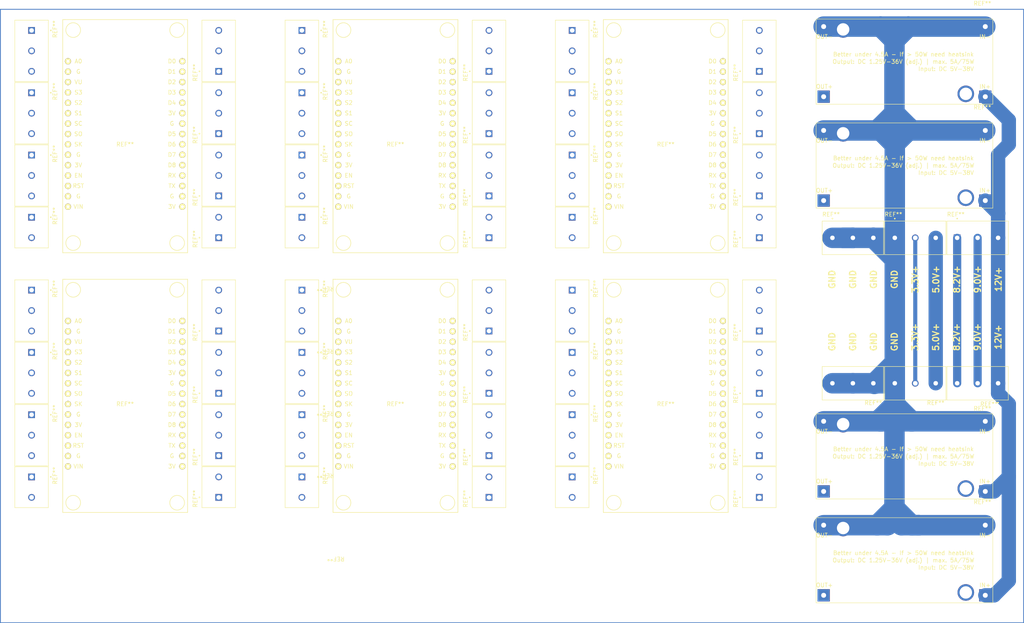
<source format=kicad_pcb>
(kicad_pcb (version 20211014) (generator pcbnew)
  (layers (0 "F.Cu" signal) (31 "B.Cu" signal) (34 "B.Paste" user) (35 "F.Paste" user) (36 "B.SilkS" user "B.Silkscreen") (37 "F.SilkS" user "F.Silkscreen") (38 "B.Mask" user) (39 "F.Mask" user) (44 "Edge.Cuts" user))
  (net 0 "")
  (footprint "1546216-3:TE_1546216-3" (layer "F.Cu") (at 241.3 71.12)
    (fp_text reference "REF**")
    (fp_text value "TE_1546216-3")
  )
  (footprint "1546216-3:TE_1546216-3" (layer "F.Cu") (at 25.4 40.64 -90)
    (fp_text reference "REF**")
    (fp_text value "TE_1546216-3")
  )
  (footprint "1546216-3:TE_1546216-3" (layer "F.Cu") (at 137.16 25.4 90)
    (fp_text reference "REF**")
    (fp_text value "TE_1546216-3")
  )
  (footprint "1546216-3:TE_1546216-3" (layer "F.Cu") (at 91.44 88.9 -90)
    (fp_text reference "REF**")
    (fp_text value "TE_1546216-3")
  )
  (footprint "1546216-3:TE_1546216-3" (layer "F.Cu") (at 25.4 55.88 -90)
    (fp_text reference "REF**")
    (fp_text value "TE_1546216-3")
  )
  (footprint "1546216-3:TE_1546216-3" (layer "F.Cu") (at 25.4 25.4 -90)
    (fp_text reference "REF**")
    (fp_text value "TE_1546216-3")
  )
  (footprint "XL4005:XL4005_DC-DC" (layer "F.Cu") (at 260.255 139.541 180)
    (fp_text reference "REF**")
    (fp_text value "XL4005_DC-DC")
  )
  (footprint "1546216-3:TE_1546216-3" (layer "F.Cu") (at 91.44 40.64 -90)
    (fp_text reference "REF**")
    (fp_text value "TE_1546216-3")
  )
  (footprint "1546216-3:TE_1546216-3" (layer "F.Cu") (at 91.44 55.88 -90)
    (fp_text reference "REF**")
    (fp_text value "TE_1546216-3")
  )
  (footprint "1546216-2:TE_1546216-2" (layer "F.Cu") (at 25.4 132.08 -90)
    (fp_text reference "REF**")
    (fp_text value "TE_1546216-2")
  )
  (footprint "ESP8266:NodeMCU-LoLinV3" (layer "F.Cu") (at 114.3 48.26)
    (fp_text reference "REF**")
    (fp_text value "LoLin V3 NodeMCU")
  )
  (footprint "1546216-3:TE_1546216-3" (layer "F.Cu") (at 157.48 119.38 -90)
    (fp_text reference "REF**")
    (fp_text value "TE_1546216-3")
  )
  (footprint "1546216-3:TE_1546216-3" (layer "F.Cu") (at 25.4 88.9 -90)
    (fp_text reference "REF**")
    (fp_text value "TE_1546216-3")
  )
  (footprint "1546216-3:TE_1546216-3" (layer "F.Cu") (at 71.12 55.88 90)
    (fp_text reference "REF**")
    (fp_text value "TE_1546216-3")
  )
  (footprint "1546216-3:TE_1546216-3" (layer "F.Cu") (at 71.12 88.9 90)
    (fp_text reference "REF**")
    (fp_text value "TE_1546216-3")
  )
  (footprint "1546216-3:TE_1546216-3" (layer "F.Cu") (at 91.44 25.4 -90)
    (fp_text reference "REF**")
    (fp_text value "TE_1546216-3")
  )
  (footprint "1546216-2:TE_1546216-2" (layer "F.Cu") (at 157.48 68.58 -90)
    (fp_text reference "REF**")
    (fp_text value "TE_1546216-2")
  )
  (footprint "1546216-2:TE_1546216-2" (layer "F.Cu") (at 91.44 132.08 -90)
    (fp_text reference "REF**")
    (fp_text value "TE_1546216-2")
  )
  (footprint "1546216-2:TE_1546216-2" (layer "F.Cu") (at 203.2 132.08 90)
    (fp_text reference "REF**")
    (fp_text value "TE_1546216-2")
  )
  (footprint "1546216-3:TE_1546216-3" (layer "F.Cu") (at 71.12 119.38 90)
    (fp_text reference "REF**")
    (fp_text value "TE_1546216-3")
  )
  (footprint "1546216-3:TE_1546216-3" (layer "F.Cu") (at 137.16 88.9 90)
    (fp_text reference "REF**")
    (fp_text value "TE_1546216-3")
  )
  (footprint "1546216-3:TE_1546216-3" (layer "F.Cu") (at 157.48 40.64 -90)
    (fp_text reference "REF**")
    (fp_text value "TE_1546216-3")
  )
  (footprint "1546216-2:TE_1546216-2" (layer "F.Cu") (at 71.12 132.08 90)
    (fp_text reference "REF**")
    (fp_text value "TE_1546216-2")
  )
  (footprint "1546216-3:TE_1546216-3" (layer "F.Cu") (at 71.12 104.14 90)
    (fp_text reference "REF**")
    (fp_text value "TE_1546216-3")
  )
  (footprint "1546216-3:TE_1546216-3" (layer "F.Cu") (at 226.06 71.12)
    (fp_text reference "REF**")
    (fp_text value "TE_1546216-3")
  )
  (footprint "ESP8266:NodeMCU-LoLinV3" (layer "F.Cu") (at 114.3 111.76)
    (fp_text reference "REF**")
    (fp_text value "LoLin V3 NodeMCU")
  )
  (footprint "1546216-3:TE_1546216-3" (layer "F.Cu") (at 137.16 40.64 90)
    (fp_text reference "REF**")
    (fp_text value "TE_1546216-3")
  )
  (footprint "1546216-3:TE_1546216-3" (layer "F.Cu") (at 157.48 104.14 -90)
    (fp_text reference "REF**")
    (fp_text value "TE_1546216-3")
  )
  (footprint "1546216-3:TE_1546216-3" (layer "F.Cu") (at 241.3 106.68 180)
    (fp_text reference "REF**")
    (fp_text value "TE_1546216-3")
  )
  (footprint "1546216-3:TE_1546216-3" (layer "F.Cu") (at 25.4 104.14 -90)
    (fp_text reference "REF**")
    (fp_text value "TE_1546216-3")
  )
  (footprint "1546216-3:TE_1546216-3" (layer "F.Cu") (at 71.12 40.64 90)
    (fp_text reference "REF**")
    (fp_text value "TE_1546216-3")
  )
  (footprint "1546216-3:TE_1546216-3" (layer "F.Cu") (at 91.44 119.38 -90)
    (fp_text reference "REF**")
    (fp_text value "TE_1546216-3")
  )
  (footprint "1546216-2:TE_1546216-2" (layer "F.Cu") (at 25.4 68.58 -90)
    (fp_text reference "REF**")
    (fp_text value "TE_1546216-2")
  )
  (footprint "1546216-2:TE_1546216-2" (layer "F.Cu") (at 203.2 68.58 90)
    (fp_text reference "REF**")
    (fp_text value "TE_1546216-2")
  )
  (footprint "1546216-3:TE_1546216-3" (layer "F.Cu") (at 203.2 25.4 90)
    (fp_text reference "REF**")
    (fp_text value "TE_1546216-3")
  )
  (footprint "1546216-3:TE_1546216-3" (layer "F.Cu") (at 25.4 119.38 -90)
    (fp_text reference "REF**")
    (fp_text value "TE_1546216-3")
  )
  (footprint "1546216-3:TE_1546216-3" (layer "F.Cu") (at 203.2 88.9 90)
    (fp_text reference "REF**")
    (fp_text value "TE_1546216-3")
  )
  (footprint "1546216-2:TE_1546216-2" (layer "F.Cu") (at 91.44 68.58 -90)
    (fp_text reference "REF**")
    (fp_text value "TE_1546216-2")
  )
  (footprint "1546216-3:TE_1546216-3" (layer "F.Cu") (at 157.48 88.9 -90)
    (fp_text reference "REF**")
    (fp_text value "TE_1546216-3")
  )
  (footprint "ESP8266:NodeMCU-LoLinV3" (layer "F.Cu") (at 48.26 111.76)
    (fp_text reference "REF**")
    (fp_text value "LoLin V3 NodeMCU")
  )
  (footprint "ESP8266:NodeMCU-LoLinV3" (layer "F.Cu") (at 180.34 111.76)
    (fp_text reference "REF**")
    (fp_text value "LoLin V3 NodeMCU")
  )
  (footprint "1546216-3:TE_1546216-3" (layer "F.Cu") (at 157.48 55.88 -90)
    (fp_text reference "REF**")
    (fp_text value "TE_1546216-3")
  )
  (footprint "1546216-3:TE_1546216-3" (layer "F.Cu") (at 157.48 25.4 -90)
    (fp_text reference "REF**")
    (fp_text value "TE_1546216-3")
  )
  (footprint "ESP8266:NodeMCU-LoLinV3" (layer "F.Cu") (at 180.34 48.26)
    (fp_text reference "REF**")
    (fp_text value "LoLin V3 NodeMCU")
  )
  (footprint "XL4005:XL4005_DC-DC" (layer "F.Cu") (at 260.255 17.621 180)
    (fp_text reference "REF**")
    (fp_text value "XL4005_DC-DC")
  )
  (footprint "1546216-2:TE_1546216-2" (layer "F.Cu") (at 137.16 68.58 90)
    (fp_text reference "REF**")
    (fp_text value "TE_1546216-2")
  )
  (footprint "1546216-2:TE_1546216-2" (layer "F.Cu") (at 157.48 132.08 -90)
    (fp_text reference "REF**")
    (fp_text value "TE_1546216-2")
  )
  (footprint "1546216-3:TE_1546216-3" (layer "F.Cu") (at 226.06 106.68 180)
    (fp_text reference "REF**")
    (fp_text value "TE_1546216-3")
  )
  (footprint "1546216-2:TE_1546216-2" (layer "F.Cu") (at 137.16 132.08 90)
    (fp_text reference "REF**")
    (fp_text value "TE_1546216-2")
  )
  (footprint "XL4005:XL4005_DC-DC" (layer "F.Cu") (at 260.255 114.141 180)
    (fp_text reference "REF**")
    (fp_text value "XL4005_DC-DC")
  )
  (footprint "1546216-3:TE_1546216-3" (layer "F.Cu") (at 203.2 40.64 90)
    (fp_text reference "REF**")
    (fp_text value "TE_1546216-3")
  )
  (footprint "1546216-3:TE_1546216-3" (layer "F.Cu") (at 71.12 25.4 90)
    (fp_text reference "REF**")
    (fp_text value "TE_1546216-3")
  )
  (footprint "1546216-3:TE_1546216-3" (layer "F.Cu") (at 203.2 55.88 90)
    (fp_text reference "REF**")
    (fp_text value "TE_1546216-3")
  )
  (footprint "1546216-3:TE_1546216-3" (layer "F.Cu") (at 203.2 119.38 90)
    (fp_text reference "REF**")
    (fp_text value "TE_1546216-3")
  )
  (footprint "1546216-3:TE_1546216-3" (layer "F.Cu") (at 91.44 104.14 -90)
    (fp_text reference "REF**")
    (fp_text value "TE_1546216-3")
  )
  (footprint "1546216-3:TE_1546216-3" (layer "F.Cu") (at 137.16 104.14 90)
    (fp_text reference "REF**")
    (fp_text value "TE_1546216-3")
  )
  (footprint "1546216-3:TE_1546216-3" (layer "F.Cu") (at 137.16 119.38 90)
    (fp_text reference "REF**")
    (fp_text value "TE_1546216-3")
  )
  (footprint "1546216-3:TE_1546216-3" (layer "F.Cu") (at 256.54 106.68 180)
    (fp_text reference "REF**")
    (fp_text value "TE_1546216-3")
  )
  (footprint "1546216-3:TE_1546216-3" (layer "F.Cu") (at 256.54 71.12)
    (fp_text reference "REF**")
    (fp_text value "TE_1546216-3")
  )
  (footprint "XL4005:XL4005_DC-DC" (layer "F.Cu") (at 260.255 43.021 180)
    (fp_text reference "REF**")
    (fp_text value "XL4005_DC-DC")
  )
  (footprint "ESP8266:NodeMCU-LoLinV3" (layer "F.Cu") (at 48.26 48.26)
    (fp_text reference "REF**")
    (fp_text value "LoLin V3 NodeMCU")
  )
  (footprint "1546216-3:TE_1546216-3" (layer "F.Cu") (at 203.2 104.14 90)
    (fp_text reference "REF**")
    (fp_text value "TE_1546216-3")
  )
  (footprint "1546216-3:TE_1546216-3" (layer "F.Cu") (at 137.16 55.88 90)
    (fp_text reference "REF**")
    (fp_text value "TE_1546216-3")
  )
  (footprint "1546216-2:TE_1546216-2" (layer "F.Cu") (at 71.12 68.58 90)
    (fp_text reference "REF**")
    (fp_text value "TE_1546216-2")
  )
  (gr_rect (start 17.78 15.24) (end 267.78 165.24) (layer "B.Cu") (width 0.2) (fill none))
  (gr_text "12V+" (at 261.62 81.28 90) (layer "F.SilkS") (effects (font (size 1.5 1.5) (thickness 0.3))))
  (gr_text "REF**" (at 97.175 114.055 180) (layer "F.SilkS") (effects (font (size 1 1))))
  (gr_text "GND" (at 236.22 96.52 90) (layer "F.SilkS") (effects (font (size 1.5 1.5) (thickness 0.3))))
  (gr_text "3.3V+" (at 241.256094 95.392396 90) (layer "F.SilkS") (effects (font (size 1.5 1.5) (thickness 0.3))))
  (gr_text "GND" (at 231.14 96.52 90) (layer "F.SilkS") (effects (font (size 1.5 1.5) (thickness 0.3))))
  (gr_text "12V+" (at 261.576094 95.392396 90) (layer "F.SilkS") (effects (font (size 1.5 1.5) (thickness 0.3))))
  (gr_text "8.2V+" (at 251.46 81.28 90) (layer "F.SilkS") (effects (font (size 1.5 1.5) (thickness 0.3))))
  (gr_text "9.0V+" (at 256.496094 95.392396 90) (layer "F.SilkS") (effects (font (size 1.5 1.5) (thickness 0.3))))
  (gr_text "5.0V+" (at 246.38 81.28 90) (layer "F.SilkS") (effects (font (size 1.5 1.5) (thickness 0.3))))
  (gr_text "GND" (at 226.06 81.28 90) (layer "F.SilkS") (effects (font (size 1.5 1.5) (thickness 0.3))))
  (gr_text "GND" (at 231.14 81.28 90) (layer "F.SilkS") (effects (font (size 1.5 1.5) (thickness 0.3))))
  (gr_text "REF**" (at 97.175 83.575 180) (layer "F.SilkS") (effects (font (size 1 1))))
  (gr_text "9.0V+" (at 256.54 81.28 90) (layer "F.SilkS") (effects (font (size 1.5 1.5) (thickness 0.3))))
  (gr_text "GND" (at 220.98 81.28 90) (layer "F.SilkS") (effects (font (size 1.5 1.5) (thickness 0.3))))
  (gr_text "GND" (at 236.22 81.28 90) (layer "F.SilkS") (effects (font (size 1.5 1.5) (thickness 0.3))))
  (gr_text "REF**" (at 97.175 129.255 180) (layer "F.SilkS") (effects (font (size 1 1))))
  (gr_text "REF**" (at 99.715 149.615 180) (layer "F.SilkS") (effects (font (size 1 1))))
  (gr_text "GND" (at 226.06 96.52 90) (layer "F.SilkS") (effects (font (size 1.5 1.5) (thickness 0.3))))
  (gr_text "5.0V+" (at 246.336094 95.392396 90) (layer "F.SilkS") (effects (font (size 1.5 1.5) (thickness 0.3))))
  (gr_text "3.3V+" (at 241.3 81.28 90) (layer "F.SilkS") (effects (font (size 1.5 1.5) (thickness 0.3))))
  (gr_text "REF**" (at 97.175 98.815 180) (layer "F.SilkS") (effects (font (size 1 1))))
  (gr_text "8.2V+" (at 251.416094 95.392396 90) (layer "F.SilkS") (effects (font (size 1.5 1.5) (thickness 0.3))))
  (gr_text "GND" (at 220.98 96.52 90) (layer "F.SilkS") (effects (font (size 1.5 1.5) (thickness 0.3))))
  (segment (start 236.22 139.7) (end 237.9025 141.3825) (width 5) (layer "B.Cu") (net 0))
  (segment (start 264.16 154.94) (end 260.5725 158.5275) (width 3.5) (layer "B.Cu") (net 0))
  (segment (start 239.6175 44.0375) (end 236.22 40.64) (width 5) (layer "B.Cu") (net 0))
  (segment (start 241.3 106.68) (end 241.3 71.12) (width 1) (layer "B.Cu") (net 0))
  (segment (start 231.3 106.68) (end 236.3 101.68) (width 5) (layer "B.Cu") (net 0))
  (segment (start 236.22 22.86) (end 239.6175 19.4625) (width 5) (layer "B.Cu") (net 0))
  (segment (start 256.54 71.12) (end 256.54 106.68) (width 2) (layer "B.Cu") (net 0))
  (segment (start 236.22 76.28) (end 236.3 76.28) (width 5) (layer "B.Cu") (net 0))
  (segment (start 235.3625 115.9825) (end 232.8225 115.9825) (width 5) (layer "B.Cu") (net 0))
  (segment (start 264.16 48.26) (end 264.16 42.354) (width 3.5) (layer "B.Cu") (net 0))
  (segment (start 261.54 71.12) (end 261.54 65.134) (width 3.5) (layer "B.Cu") (net 0))
  (segment (start 260.5725 133.1275) (end 258.4135 133.1275) (width 3.5) (layer "B.Cu") (net 0))
  (segment (start 236.22 137.16) (end 236.22 139.7) (width 5) (layer "B.Cu") (net 0))
  (segment (start 236.3 101.68) (end 236.3 106.68) (width 5) (layer "B.Cu") (net 0))
  (segment (start 236.3 116.76) (end 237.0775 115.9825) (width 5) (layer "B.Cu") (net 0))
  (segment (start 232.8225 115.9825) (end 232.8225 115.3175) (width 5) (layer "B.Cu") (net 0))
  (segment (start 232.8225 19.4625) (end 218.9165 19.4625) (width 5) (layer "B.Cu") (net 0))
  (segment (start 236.3 76.28) (end 236.3 101.68) (width 5) (layer "B.Cu") (net 0))
  (segment (start 261.54 106.68) (end 261.54 71.12) (width 3.5) (layer "B.Cu") (net 0))
  (segment (start 236.22 48.1) (end 236.22 40.64) (width 5) (layer "B.Cu") (net 0))
  (segment (start 236.3 66.12) (end 236.3 48.34) (width 5) (layer "B.Cu") (net 0))
  (segment (start 232.8225 115.3175) (end 236.3 111.84) (width 5) (layer "B.Cu") (net 0))
  (segment (start 236.3 106.68) (end 236.3 111.84) (width 5) (layer "B.Cu") (net 0))
  (segment (start 231.06 71.12) (end 236.22 76.28) (width 5) (layer "B.Cu") (net 0))
  (segment (start 236.3 71.12) (end 236.3 66.12) (width 5) (layer "B.Cu") (net 0))
  (segment (start 231.06 106.68) (end 236.3 106.68) (width 5) (layer "B.Cu") (net 0))
  (segment (start 261.54 106.68) (end 261.54 109.14) (width 3.5) (layer "B.Cu") (net 0))
  (segment (start 236.3 111.84) (end 240.4425 115.9825) (width 5) (layer "B.Cu") (net 0))
  (segment (start 226.06 71.12) (end 223.68 71.12) (width 5) (layer "B.Cu") (net 0))
  (segment (start 231.06 71.12) (end 236.3 71.12) (width 5) (layer "B.Cu") (net 0))
  (segment (start 239.6175 44.8625) (end 258.4135 44.8625) (width 5) (layer "B.Cu") (net 0))
  (segment (start 246.3 106.68) (end 246.3 71.12) (width 3.5) (layer "B.Cu") (net 0))
  (segment (start 221.06 71.12) (end 226.06 71.12) (width 5) (layer "B.Cu") (net 0))
  (segment (start 236.22 139.7) (end 234.5375 141.3825) (width 5) (layer "B.Cu") (net 0))
  (segment (start 236.3 116.76) (end 236.22 116.84) (width 5) (layer "B.Cu") (net 0))
  (segment (start 251.54 106.68) (end 251.54 71.12) (width 2) (layer "B.Cu") (net 0))
  (segment (start 261.54 50.88) (end 264.16 48.26) (width 3.5) (layer "B.Cu") (net 0))
  (segment (start 236.3 71.12) (end 236.3 76.28) (width 5) (layer "B.Cu") (net 0))
  (segment (start 231.3 106.84) (end 231.3 106.68) (width 5) (layer "B.Cu") (net 0))
  (segment (start 264.16 111.76) (end 264.16 129.54) (width 3.5) (layer "B.Cu") (net 0))
  (segment (start 232.8225 44.8625) (end 232.8225 44.0375) (width 5) (layer "B.Cu") (net 0))
  (segment (start 221.06 106.68) (end 226.06 106.68) (width 5) (layer "B.Cu") (net 0))
  (segment (start 236.3 48.34) (end 236.3 48.18) (width 5) (layer "B.Cu") (net 0))
  (segment (start 261.54 65.134) (end 261.54 50.88) (width 3.5) (layer "B.Cu") (net 0))
  (segment (start 231.06 106.68) (end 231.3 106.68) (width 5) (layer "B.Cu") (net 0))
  (segment (start 232.8225 44.8625) (end 218.9165 44.8625) (width 5) (layer "B.Cu") (net 0))
  (segment (start 232.8225 44.0375) (end 236.22 40.64) (width 5) (layer "B.Cu") (net 0))
  (segment (start 226.06 71.12) (end 231.06 71.12) (width 5) (layer "B.Cu") (net 0))
  (segment (start 260.5725 158.5275) (end 258.4135 158.5275) (width 3.5) (layer "B.Cu") (net 0))
  (segment (start 236.22 116.84) (end 236.22 137.16) (width 5) (layer "B.Cu") (net 0))
  (segment (start 242.1575 141.3825) (end 258.4135 141.3825) (width 5) (layer "B.Cu") (net 0))
  (segment (start 264.16 129.54) (end 260.5725 133.1275) (width 3.5) (layer "B.Cu") (net 0))
  (segment (start 234.5375 141.3825) (end 231.9975 141.3825) (width 5) (layer "B.Cu") (net 0))
  (segment (start 232.8225 115.9825) (end 218.9165 115.9825) (width 5) (layer "B.Cu") (net 0))
  (segment (start 236.22 116.84) (end 235.3625 115.9825) (width 5) (layer "B.Cu") (net 0))
  (segment (start 240.4425 115.9825) (end 258.4135 115.9825) (width 5) (layer "B.Cu") (net 0))
  (segment (start 236.22 40.64) (end 236.22 22.86) (width 5) (layer "B.Cu") (net 0))
  (segment (start 231.9975 141.3825) (end 218.9165 141.3825) (width 5) (layer "B.Cu") (net 0))
  (segment (start 236.3 48.18) (end 239.6175 44.8625) (width 5) (layer "B.Cu") (net 0))
  (segment (start 261.54 109.14) (end 264.16 111.76) (width 3.5) (layer "B.Cu") (net 0))
  (segment (start 264.16 42.354) (end 258.4135 36.6075) (width 3.5) (layer "B.Cu") (net 0))
  (segment (start 232.8225 19.4625) (end 239.6175 19.4625) (width 5) (layer "B.Cu") (net 0))
  (segment (start 231.06 106.68) (end 226.06 106.68) (width 5) (layer "B.Cu") (net 0))
  (segment (start 239.6175 19.4625) (end 258.4135 19.4625) (width 5) (layer "B.Cu") (net 0))
  (segment (start 237.0775 115.9825) (end 240.4425 115.9825) (width 5) (layer "B.Cu") (net 0))
  (segment (start 236.3 111.84) (end 236.3 116.76) (width 5) (layer "B.Cu") (net 0))
  (segment (start 236.3 48.18) (end 236.22 48.1) (width 5) (layer "B.Cu") (net 0))
  (segment (start 236.3 48.34) (end 232.8225 44.8625) (width 5) (layer "B.Cu") (net 0))
  (segment (start 240.4425 141.3825) (end 242.1575 141.3825) (width 5) (layer "B.Cu") (net 0))
  (segment (start 264.16 129.54) (end 264.16 154.94) (width 3.5) (layer "B.Cu") (net 0))
  (segment (start 261.54 65.134) (end 258.4135 62.0075) (width 3.5) (layer "B.Cu") (net 0))
  (segment (start 239.6175 44.8625) (end 239.6175 44.0375) (width 5) (layer "B.Cu") (net 0))
  (segment (start 236.22 22.86) (end 232.8225 19.4625) (width 5) (layer "B.Cu") (net 0))
  (segment (start 236.22 137.16) (end 240.4425 141.3825) (width 5) (layer "B.Cu") (net 0))
  (segment (start 231.9975 141.3825) (end 236.22 137.16) (width 5) (layer "B.Cu") (net 0))
  (segment (start 237.9025 141.3825) (end 242.1575 141.3825) (width 5) (layer "B.Cu") (net 0))
)
</source>
